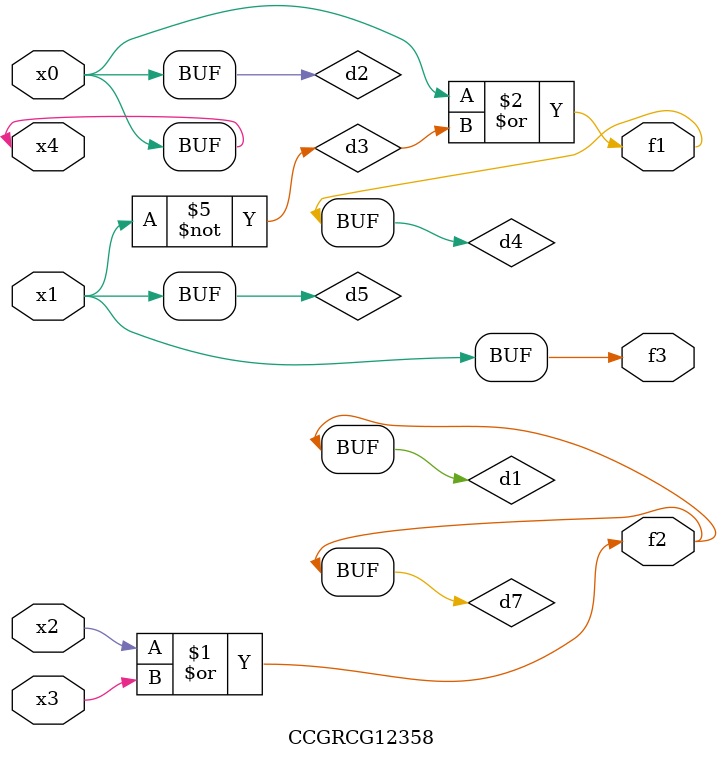
<source format=v>
module CCGRCG12358(
	input x0, x1, x2, x3, x4,
	output f1, f2, f3
);

	wire d1, d2, d3, d4, d5, d6, d7;

	or (d1, x2, x3);
	buf (d2, x0, x4);
	not (d3, x1);
	or (d4, d2, d3);
	not (d5, d3);
	nand (d6, d1, d3);
	or (d7, d1);
	assign f1 = d4;
	assign f2 = d7;
	assign f3 = d5;
endmodule

</source>
